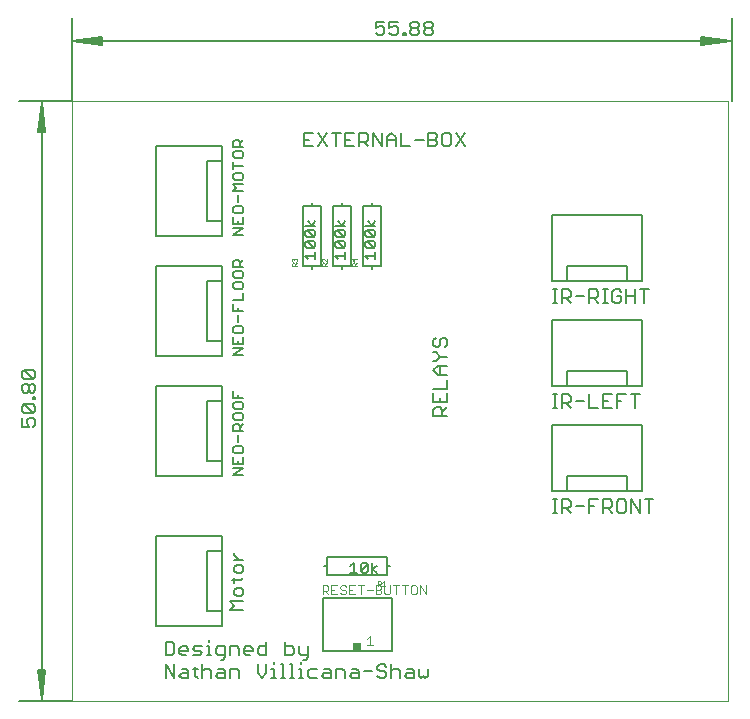
<source format=gto>
G75*
%MOIN*%
%OFA0B0*%
%FSLAX25Y25*%
%IPPOS*%
%LPD*%
%AMOC8*
5,1,8,0,0,1.08239X$1,22.5*
%
%ADD10C,0.00000*%
%ADD11C,0.00500*%
%ADD12C,0.00600*%
%ADD13C,0.00512*%
%ADD14C,0.00800*%
%ADD15C,0.00100*%
%ADD16C,0.00300*%
%ADD17R,0.02500X0.02500*%
D10*
X0019428Y0035000D02*
X0019428Y0234961D01*
X0238129Y0234961D01*
X0238129Y0035000D01*
X0019428Y0035000D01*
D11*
X0047428Y0060000D02*
X0047428Y0090000D01*
X0069428Y0090000D01*
X0069428Y0085000D01*
X0064428Y0085000D01*
X0064428Y0065000D01*
X0069428Y0065000D01*
X0069428Y0060000D01*
X0047428Y0060000D01*
X0069428Y0065000D02*
X0069428Y0085000D01*
X0069428Y0110000D02*
X0047428Y0110000D01*
X0047428Y0140000D01*
X0069428Y0140000D01*
X0069428Y0135000D01*
X0064428Y0135000D01*
X0064428Y0115000D01*
X0069428Y0115000D01*
X0069428Y0110000D01*
X0073175Y0110250D02*
X0076678Y0112585D01*
X0073175Y0112585D01*
X0073175Y0113933D02*
X0076678Y0113933D01*
X0076678Y0116268D01*
X0076095Y0117616D02*
X0073759Y0117616D01*
X0073175Y0118200D01*
X0073175Y0119368D01*
X0073759Y0119952D01*
X0076095Y0119952D01*
X0076678Y0119368D01*
X0076678Y0118200D01*
X0076095Y0117616D01*
X0074927Y0115101D02*
X0074927Y0113933D01*
X0073175Y0113933D02*
X0073175Y0116268D01*
X0069428Y0115000D02*
X0069428Y0135000D01*
X0073175Y0134100D02*
X0073759Y0134684D01*
X0076095Y0134684D01*
X0076678Y0134100D01*
X0076678Y0132933D01*
X0076095Y0132349D01*
X0073759Y0132349D01*
X0073175Y0132933D01*
X0073175Y0134100D01*
X0073175Y0136032D02*
X0073175Y0138367D01*
X0074927Y0137200D02*
X0074927Y0136032D01*
X0076678Y0136032D02*
X0073175Y0136032D01*
X0073759Y0131001D02*
X0073175Y0130417D01*
X0073175Y0129250D01*
X0073759Y0128666D01*
X0076095Y0128666D01*
X0076678Y0129250D01*
X0076678Y0130417D01*
X0076095Y0131001D01*
X0073759Y0131001D01*
X0073759Y0127318D02*
X0074927Y0127318D01*
X0075511Y0126734D01*
X0075511Y0124983D01*
X0075511Y0126150D02*
X0076678Y0127318D01*
X0076678Y0124983D02*
X0073175Y0124983D01*
X0073175Y0126734D01*
X0073759Y0127318D01*
X0074927Y0123635D02*
X0074927Y0121299D01*
X0076678Y0110250D02*
X0073175Y0110250D01*
X0069428Y0150000D02*
X0047428Y0150000D01*
X0047428Y0180000D01*
X0069428Y0180000D01*
X0069428Y0175000D01*
X0064428Y0175000D01*
X0064428Y0155000D01*
X0069428Y0155000D01*
X0069428Y0150000D01*
X0073175Y0150250D02*
X0076678Y0152585D01*
X0073175Y0152585D01*
X0073175Y0153933D02*
X0076678Y0153933D01*
X0076678Y0156268D01*
X0076095Y0157616D02*
X0076678Y0158200D01*
X0076678Y0159368D01*
X0076095Y0159952D01*
X0073759Y0159952D01*
X0073175Y0159368D01*
X0073175Y0158200D01*
X0073759Y0157616D01*
X0076095Y0157616D01*
X0074927Y0155101D02*
X0074927Y0153933D01*
X0073175Y0153933D02*
X0073175Y0156268D01*
X0074927Y0161299D02*
X0074927Y0163635D01*
X0074927Y0164983D02*
X0074927Y0166150D01*
X0076678Y0164983D02*
X0073175Y0164983D01*
X0073175Y0167318D01*
X0073175Y0168666D02*
X0076678Y0168666D01*
X0076678Y0171001D01*
X0076095Y0172349D02*
X0073759Y0172349D01*
X0073175Y0172933D01*
X0073175Y0174100D01*
X0073759Y0174684D01*
X0076095Y0174684D01*
X0076678Y0174100D01*
X0076678Y0172933D01*
X0076095Y0172349D01*
X0076095Y0176032D02*
X0073759Y0176032D01*
X0073175Y0176616D01*
X0073175Y0177784D01*
X0073759Y0178367D01*
X0076095Y0178367D01*
X0076678Y0177784D01*
X0076678Y0176616D01*
X0076095Y0176032D01*
X0076678Y0179715D02*
X0073175Y0179715D01*
X0073175Y0181467D01*
X0073759Y0182050D01*
X0074927Y0182050D01*
X0075511Y0181467D01*
X0075511Y0179715D01*
X0075511Y0180883D02*
X0076678Y0182050D01*
X0076678Y0190250D02*
X0073175Y0190250D01*
X0076678Y0192585D01*
X0073175Y0192585D01*
X0073175Y0193933D02*
X0076678Y0193933D01*
X0076678Y0196268D01*
X0076095Y0197616D02*
X0076678Y0198200D01*
X0076678Y0199368D01*
X0076095Y0199952D01*
X0073759Y0199952D01*
X0073175Y0199368D01*
X0073175Y0198200D01*
X0073759Y0197616D01*
X0076095Y0197616D01*
X0074927Y0195101D02*
X0074927Y0193933D01*
X0073175Y0193933D02*
X0073175Y0196268D01*
X0069428Y0195000D02*
X0064428Y0195000D01*
X0064428Y0215000D01*
X0069428Y0215000D01*
X0069428Y0195000D01*
X0069428Y0190000D01*
X0047428Y0190000D01*
X0047428Y0220000D01*
X0069428Y0220000D01*
X0069428Y0215000D01*
X0073175Y0214684D02*
X0073175Y0212349D01*
X0073175Y0213517D02*
X0076678Y0213517D01*
X0076095Y0216032D02*
X0073759Y0216032D01*
X0073175Y0216616D01*
X0073175Y0217784D01*
X0073759Y0218367D01*
X0076095Y0218367D01*
X0076678Y0217784D01*
X0076678Y0216616D01*
X0076095Y0216032D01*
X0076678Y0219715D02*
X0073175Y0219715D01*
X0073175Y0221467D01*
X0073759Y0222050D01*
X0074927Y0222050D01*
X0075511Y0221467D01*
X0075511Y0219715D01*
X0075511Y0220883D02*
X0076678Y0222050D01*
X0076095Y0211001D02*
X0073759Y0211001D01*
X0073175Y0210417D01*
X0073175Y0209250D01*
X0073759Y0208666D01*
X0076095Y0208666D01*
X0076678Y0209250D01*
X0076678Y0210417D01*
X0076095Y0211001D01*
X0076678Y0207318D02*
X0073175Y0207318D01*
X0074343Y0206150D01*
X0073175Y0204983D01*
X0076678Y0204983D01*
X0074927Y0203635D02*
X0074927Y0201299D01*
X0096878Y0219950D02*
X0099881Y0219950D01*
X0101482Y0219950D02*
X0104485Y0224454D01*
X0106086Y0224454D02*
X0109089Y0224454D01*
X0107588Y0224454D02*
X0107588Y0219950D01*
X0110690Y0219950D02*
X0110690Y0224454D01*
X0113693Y0224454D01*
X0115294Y0224454D02*
X0117546Y0224454D01*
X0118297Y0223703D01*
X0118297Y0222202D01*
X0117546Y0221451D01*
X0115294Y0221451D01*
X0115294Y0219950D02*
X0115294Y0224454D01*
X0116795Y0221451D02*
X0118297Y0219950D01*
X0119898Y0219950D02*
X0119898Y0224454D01*
X0122901Y0219950D01*
X0122901Y0224454D01*
X0124502Y0222953D02*
X0124502Y0219950D01*
X0124502Y0222202D02*
X0127505Y0222202D01*
X0127505Y0222953D02*
X0127505Y0219950D01*
X0129106Y0219950D02*
X0129106Y0224454D01*
X0127505Y0222953D02*
X0126003Y0224454D01*
X0124502Y0222953D01*
X0129106Y0219950D02*
X0132109Y0219950D01*
X0133710Y0222202D02*
X0136712Y0222202D01*
X0138314Y0222202D02*
X0140566Y0222202D01*
X0141316Y0221451D01*
X0141316Y0220701D01*
X0140566Y0219950D01*
X0138314Y0219950D01*
X0138314Y0224454D01*
X0140566Y0224454D01*
X0141316Y0223703D01*
X0141316Y0222953D01*
X0140566Y0222202D01*
X0142918Y0223703D02*
X0142918Y0220701D01*
X0143668Y0219950D01*
X0145170Y0219950D01*
X0145920Y0220701D01*
X0145920Y0223703D01*
X0145170Y0224454D01*
X0143668Y0224454D01*
X0142918Y0223703D01*
X0147522Y0224454D02*
X0150524Y0219950D01*
X0147522Y0219950D02*
X0150524Y0224454D01*
X0179428Y0197000D02*
X0209428Y0197000D01*
X0209428Y0175000D01*
X0204428Y0175000D01*
X0204428Y0180000D01*
X0184428Y0180000D01*
X0184428Y0175000D01*
X0179428Y0175000D01*
X0179428Y0197000D01*
X0184428Y0175000D02*
X0204428Y0175000D01*
X0209428Y0162000D02*
X0179428Y0162000D01*
X0179428Y0140000D01*
X0184428Y0140000D01*
X0184428Y0145000D01*
X0204428Y0145000D01*
X0204428Y0140000D01*
X0184428Y0140000D01*
X0179428Y0127000D02*
X0209428Y0127000D01*
X0209428Y0105000D01*
X0204428Y0105000D01*
X0204428Y0110000D01*
X0184428Y0110000D01*
X0184428Y0105000D01*
X0179428Y0105000D01*
X0179428Y0127000D01*
X0184428Y0105000D02*
X0204428Y0105000D01*
X0204428Y0140000D02*
X0209428Y0140000D01*
X0209428Y0162000D01*
X0144478Y0155222D02*
X0144478Y0153720D01*
X0143728Y0152970D01*
X0142227Y0153720D02*
X0142227Y0155222D01*
X0142977Y0155972D01*
X0143728Y0155972D01*
X0144478Y0155222D01*
X0142227Y0153720D02*
X0141476Y0152970D01*
X0140725Y0152970D01*
X0139975Y0153720D01*
X0139975Y0155222D01*
X0140725Y0155972D01*
X0140725Y0151368D02*
X0139975Y0151368D01*
X0140725Y0151368D02*
X0142227Y0149867D01*
X0144478Y0149867D01*
X0142227Y0149867D02*
X0140725Y0148366D01*
X0139975Y0148366D01*
X0141476Y0146764D02*
X0144478Y0146764D01*
X0142227Y0146764D02*
X0142227Y0143762D01*
X0141476Y0143762D02*
X0139975Y0145263D01*
X0141476Y0146764D01*
X0141476Y0143762D02*
X0144478Y0143762D01*
X0144478Y0142160D02*
X0144478Y0139158D01*
X0139975Y0139158D01*
X0139975Y0137556D02*
X0139975Y0134554D01*
X0144478Y0134554D01*
X0144478Y0137556D01*
X0142227Y0136055D02*
X0142227Y0134554D01*
X0142227Y0132953D02*
X0142977Y0132202D01*
X0142977Y0129950D01*
X0142977Y0131451D02*
X0144478Y0132953D01*
X0142227Y0132953D02*
X0140725Y0132953D01*
X0139975Y0132202D01*
X0139975Y0129950D01*
X0144478Y0129950D01*
X0126141Y0069380D02*
X0103110Y0069380D01*
X0103110Y0051663D01*
X0126141Y0051663D01*
X0126141Y0069380D01*
X0076678Y0150250D02*
X0073175Y0150250D01*
X0069428Y0155000D02*
X0069428Y0175000D01*
X0096878Y0219950D02*
X0096878Y0224454D01*
X0099881Y0224454D01*
X0101482Y0224454D02*
X0104485Y0219950D01*
X0110690Y0219950D02*
X0113693Y0219950D01*
X0112192Y0222202D02*
X0110690Y0222202D01*
X0098380Y0222202D02*
X0096878Y0222202D01*
D12*
X0098360Y0195051D02*
X0099494Y0193349D01*
X0100628Y0195051D01*
X0100628Y0193349D02*
X0097226Y0193349D01*
X0097793Y0191935D02*
X0100061Y0189666D01*
X0100628Y0190233D01*
X0100628Y0191368D01*
X0100061Y0191935D01*
X0097793Y0191935D01*
X0097226Y0191368D01*
X0097226Y0190233D01*
X0097793Y0189666D01*
X0100061Y0189666D01*
X0100061Y0188252D02*
X0100628Y0187685D01*
X0100628Y0186550D01*
X0100061Y0185983D01*
X0097793Y0188252D01*
X0100061Y0188252D01*
X0097793Y0188252D02*
X0097226Y0187685D01*
X0097226Y0186550D01*
X0097793Y0185983D01*
X0100061Y0185983D01*
X0100628Y0184569D02*
X0100628Y0182300D01*
X0100628Y0183434D02*
X0097226Y0183434D01*
X0098360Y0182300D01*
X0107226Y0183434D02*
X0108360Y0182300D01*
X0107226Y0183434D02*
X0110628Y0183434D01*
X0110628Y0182300D02*
X0110628Y0184569D01*
X0110061Y0185983D02*
X0107793Y0185983D01*
X0107226Y0186550D01*
X0107226Y0187685D01*
X0107793Y0188252D01*
X0110061Y0185983D01*
X0110628Y0186550D01*
X0110628Y0187685D01*
X0110061Y0188252D01*
X0107793Y0188252D01*
X0107793Y0189666D02*
X0107226Y0190233D01*
X0107226Y0191368D01*
X0107793Y0191935D01*
X0110061Y0189666D01*
X0110628Y0190233D01*
X0110628Y0191368D01*
X0110061Y0191935D01*
X0107793Y0191935D01*
X0107226Y0193349D02*
X0110628Y0193349D01*
X0109494Y0193349D02*
X0108360Y0195051D01*
X0109494Y0193349D02*
X0110628Y0195051D01*
X0110061Y0189666D02*
X0107793Y0189666D01*
X0117226Y0190233D02*
X0117226Y0191368D01*
X0117793Y0191935D01*
X0120061Y0189666D01*
X0120628Y0190233D01*
X0120628Y0191368D01*
X0120061Y0191935D01*
X0117793Y0191935D01*
X0117226Y0193349D02*
X0120628Y0193349D01*
X0119494Y0193349D02*
X0120628Y0195051D01*
X0119494Y0193349D02*
X0118360Y0195051D01*
X0117226Y0190233D02*
X0117793Y0189666D01*
X0120061Y0189666D01*
X0120061Y0188252D02*
X0120628Y0187685D01*
X0120628Y0186550D01*
X0120061Y0185983D01*
X0117793Y0188252D01*
X0120061Y0188252D01*
X0117793Y0188252D02*
X0117226Y0187685D01*
X0117226Y0186550D01*
X0117793Y0185983D01*
X0120061Y0185983D01*
X0120628Y0184569D02*
X0120628Y0182300D01*
X0120628Y0183434D02*
X0117226Y0183434D01*
X0118360Y0182300D01*
X0179728Y0172204D02*
X0181196Y0172204D01*
X0180462Y0172204D02*
X0180462Y0167800D01*
X0179728Y0167800D02*
X0181196Y0167800D01*
X0182798Y0167800D02*
X0182798Y0172204D01*
X0185000Y0172204D01*
X0185734Y0171470D01*
X0185734Y0170002D01*
X0185000Y0169268D01*
X0182798Y0169268D01*
X0184266Y0169268D02*
X0185734Y0167800D01*
X0187402Y0170002D02*
X0190338Y0170002D01*
X0192006Y0169268D02*
X0194207Y0169268D01*
X0194941Y0170002D01*
X0194941Y0171470D01*
X0194207Y0172204D01*
X0192006Y0172204D01*
X0192006Y0167800D01*
X0193474Y0169268D02*
X0194941Y0167800D01*
X0196610Y0167800D02*
X0198077Y0167800D01*
X0197343Y0167800D02*
X0197343Y0172204D01*
X0196610Y0172204D02*
X0198077Y0172204D01*
X0199679Y0171470D02*
X0199679Y0168534D01*
X0200413Y0167800D01*
X0201881Y0167800D01*
X0202615Y0168534D01*
X0202615Y0170002D01*
X0201147Y0170002D01*
X0202615Y0171470D02*
X0201881Y0172204D01*
X0200413Y0172204D01*
X0199679Y0171470D01*
X0204283Y0172204D02*
X0204283Y0167800D01*
X0204283Y0170002D02*
X0207219Y0170002D01*
X0207219Y0172204D02*
X0207219Y0167800D01*
X0210355Y0167800D02*
X0210355Y0172204D01*
X0211822Y0172204D02*
X0208887Y0172204D01*
X0208753Y0137204D02*
X0205817Y0137204D01*
X0207285Y0137204D02*
X0207285Y0132800D01*
X0202681Y0135002D02*
X0201213Y0135002D01*
X0201213Y0137204D02*
X0204149Y0137204D01*
X0201213Y0137204D02*
X0201213Y0132800D01*
X0199545Y0132800D02*
X0196610Y0132800D01*
X0196610Y0137204D01*
X0199545Y0137204D01*
X0198077Y0135002D02*
X0196610Y0135002D01*
X0194941Y0132800D02*
X0192006Y0132800D01*
X0192006Y0137204D01*
X0190338Y0135002D02*
X0187402Y0135002D01*
X0185734Y0135002D02*
X0185000Y0134268D01*
X0182798Y0134268D01*
X0184266Y0134268D02*
X0185734Y0132800D01*
X0185734Y0135002D02*
X0185734Y0136470D01*
X0185000Y0137204D01*
X0182798Y0137204D01*
X0182798Y0132800D01*
X0181196Y0132800D02*
X0179728Y0132800D01*
X0180462Y0132800D02*
X0180462Y0137204D01*
X0179728Y0137204D02*
X0181196Y0137204D01*
X0181196Y0102204D02*
X0179728Y0102204D01*
X0180462Y0102204D02*
X0180462Y0097800D01*
X0179728Y0097800D02*
X0181196Y0097800D01*
X0182798Y0097800D02*
X0182798Y0102204D01*
X0185000Y0102204D01*
X0185734Y0101470D01*
X0185734Y0100002D01*
X0185000Y0099268D01*
X0182798Y0099268D01*
X0184266Y0099268D02*
X0185734Y0097800D01*
X0187402Y0100002D02*
X0190338Y0100002D01*
X0192006Y0100002D02*
X0193474Y0100002D01*
X0194941Y0102204D02*
X0192006Y0102204D01*
X0192006Y0097800D01*
X0196610Y0097800D02*
X0196610Y0102204D01*
X0198811Y0102204D01*
X0199545Y0101470D01*
X0199545Y0100002D01*
X0198811Y0099268D01*
X0196610Y0099268D01*
X0198077Y0099268D02*
X0199545Y0097800D01*
X0201213Y0098534D02*
X0201947Y0097800D01*
X0203415Y0097800D01*
X0204149Y0098534D01*
X0204149Y0101470D01*
X0203415Y0102204D01*
X0201947Y0102204D01*
X0201213Y0101470D01*
X0201213Y0098534D01*
X0205817Y0097800D02*
X0205817Y0102204D01*
X0208753Y0097800D01*
X0208753Y0102204D01*
X0210421Y0102204D02*
X0213357Y0102204D01*
X0211889Y0102204D02*
X0211889Y0097800D01*
X0138060Y0045736D02*
X0138060Y0043534D01*
X0137326Y0042800D01*
X0136592Y0043534D01*
X0135858Y0042800D01*
X0135124Y0043534D01*
X0135124Y0045736D01*
X0133456Y0045002D02*
X0133456Y0042800D01*
X0131254Y0042800D01*
X0130520Y0043534D01*
X0131254Y0044268D01*
X0133456Y0044268D01*
X0133456Y0045002D02*
X0132722Y0045736D01*
X0131254Y0045736D01*
X0128852Y0045002D02*
X0128852Y0042800D01*
X0128852Y0045002D02*
X0128118Y0045736D01*
X0126650Y0045736D01*
X0125916Y0045002D01*
X0124248Y0044268D02*
X0124248Y0043534D01*
X0123514Y0042800D01*
X0122047Y0042800D01*
X0121313Y0043534D01*
X0122047Y0045002D02*
X0123514Y0045002D01*
X0124248Y0044268D01*
X0124248Y0046470D02*
X0123514Y0047204D01*
X0122047Y0047204D01*
X0121313Y0046470D01*
X0121313Y0045736D01*
X0122047Y0045002D01*
X0119644Y0045002D02*
X0116709Y0045002D01*
X0115041Y0045002D02*
X0115041Y0042800D01*
X0112839Y0042800D01*
X0112105Y0043534D01*
X0112839Y0044268D01*
X0115041Y0044268D01*
X0115041Y0045002D02*
X0114307Y0045736D01*
X0112839Y0045736D01*
X0110437Y0045002D02*
X0110437Y0042800D01*
X0110437Y0045002D02*
X0109703Y0045736D01*
X0107501Y0045736D01*
X0107501Y0042800D01*
X0105833Y0042800D02*
X0105833Y0045002D01*
X0105099Y0045736D01*
X0103631Y0045736D01*
X0103631Y0044268D02*
X0105833Y0044268D01*
X0105833Y0042800D02*
X0103631Y0042800D01*
X0102897Y0043534D01*
X0103631Y0044268D01*
X0101229Y0045736D02*
X0099027Y0045736D01*
X0098293Y0045002D01*
X0098293Y0043534D01*
X0099027Y0042800D01*
X0101229Y0042800D01*
X0096692Y0042800D02*
X0095224Y0042800D01*
X0095958Y0042800D02*
X0095958Y0045736D01*
X0095224Y0045736D01*
X0095958Y0047204D02*
X0095958Y0047938D01*
X0096692Y0048832D02*
X0097426Y0048832D01*
X0098160Y0049566D01*
X0098160Y0053236D01*
X0098160Y0050300D02*
X0095958Y0050300D01*
X0095224Y0051034D01*
X0095224Y0053236D01*
X0093556Y0052502D02*
X0092822Y0053236D01*
X0090620Y0053236D01*
X0090620Y0054704D02*
X0090620Y0050300D01*
X0092822Y0050300D01*
X0093556Y0051034D01*
X0093556Y0052502D01*
X0092888Y0047204D02*
X0092888Y0042800D01*
X0092154Y0042800D02*
X0093622Y0042800D01*
X0090553Y0042800D02*
X0089085Y0042800D01*
X0089819Y0042800D02*
X0089819Y0047204D01*
X0089085Y0047204D01*
X0086750Y0047204D02*
X0086750Y0047938D01*
X0086750Y0045736D02*
X0086750Y0042800D01*
X0086016Y0042800D02*
X0087484Y0042800D01*
X0086750Y0045736D02*
X0086016Y0045736D01*
X0084348Y0044268D02*
X0084348Y0047204D01*
X0084348Y0044268D02*
X0082880Y0042800D01*
X0081412Y0044268D01*
X0081412Y0047204D01*
X0082146Y0050300D02*
X0081412Y0051034D01*
X0081412Y0052502D01*
X0082146Y0053236D01*
X0084348Y0053236D01*
X0084348Y0054704D02*
X0084348Y0050300D01*
X0082146Y0050300D01*
X0079744Y0051768D02*
X0076808Y0051768D01*
X0076808Y0052502D02*
X0077542Y0053236D01*
X0079010Y0053236D01*
X0079744Y0052502D01*
X0079744Y0051768D01*
X0079010Y0050300D02*
X0077542Y0050300D01*
X0076808Y0051034D01*
X0076808Y0052502D01*
X0075140Y0052502D02*
X0075140Y0050300D01*
X0075140Y0052502D02*
X0074406Y0053236D01*
X0072204Y0053236D01*
X0072204Y0050300D01*
X0070536Y0050300D02*
X0068334Y0050300D01*
X0067600Y0051034D01*
X0067600Y0052502D01*
X0068334Y0053236D01*
X0070536Y0053236D01*
X0070536Y0049566D01*
X0069802Y0048832D01*
X0069068Y0048832D01*
X0068334Y0045736D02*
X0069802Y0045736D01*
X0070536Y0045002D01*
X0070536Y0042800D01*
X0068334Y0042800D01*
X0067600Y0043534D01*
X0068334Y0044268D01*
X0070536Y0044268D01*
X0072204Y0042800D02*
X0072204Y0045736D01*
X0074406Y0045736D01*
X0075140Y0045002D01*
X0075140Y0042800D01*
X0065932Y0042800D02*
X0065932Y0045002D01*
X0065198Y0045736D01*
X0063730Y0045736D01*
X0062996Y0045002D01*
X0061395Y0045736D02*
X0059927Y0045736D01*
X0060661Y0046470D02*
X0060661Y0043534D01*
X0061395Y0042800D01*
X0062996Y0042800D02*
X0062996Y0047204D01*
X0062129Y0050300D02*
X0059927Y0050300D01*
X0060661Y0051768D02*
X0059927Y0052502D01*
X0060661Y0053236D01*
X0062863Y0053236D01*
X0062129Y0051768D02*
X0060661Y0051768D01*
X0062129Y0051768D02*
X0062863Y0051034D01*
X0062129Y0050300D01*
X0064531Y0050300D02*
X0065999Y0050300D01*
X0065265Y0050300D02*
X0065265Y0053236D01*
X0064531Y0053236D01*
X0065265Y0054704D02*
X0065265Y0055438D01*
X0058259Y0052502D02*
X0058259Y0051768D01*
X0055323Y0051768D01*
X0055323Y0052502D02*
X0056057Y0053236D01*
X0057525Y0053236D01*
X0058259Y0052502D01*
X0057525Y0050300D02*
X0056057Y0050300D01*
X0055323Y0051034D01*
X0055323Y0052502D01*
X0053655Y0051034D02*
X0053655Y0053970D01*
X0052921Y0054704D01*
X0050719Y0054704D01*
X0050719Y0050300D01*
X0052921Y0050300D01*
X0053655Y0051034D01*
X0053655Y0047204D02*
X0053655Y0042800D01*
X0050719Y0047204D01*
X0050719Y0042800D01*
X0055323Y0043534D02*
X0056057Y0044268D01*
X0058259Y0044268D01*
X0058259Y0045002D02*
X0058259Y0042800D01*
X0056057Y0042800D01*
X0055323Y0043534D01*
X0056057Y0045736D02*
X0057525Y0045736D01*
X0058259Y0045002D01*
X0072225Y0065300D02*
X0073693Y0066768D01*
X0072225Y0068236D01*
X0076628Y0068236D01*
X0075895Y0069904D02*
X0074427Y0069904D01*
X0073693Y0070638D01*
X0073693Y0072106D01*
X0074427Y0072840D01*
X0075895Y0072840D01*
X0076628Y0072106D01*
X0076628Y0070638D01*
X0075895Y0069904D01*
X0076628Y0065300D02*
X0072225Y0065300D01*
X0073693Y0074508D02*
X0073693Y0075976D01*
X0072959Y0075242D02*
X0075895Y0075242D01*
X0076628Y0075976D01*
X0075895Y0077577D02*
X0074427Y0077577D01*
X0073693Y0078311D01*
X0073693Y0079779D01*
X0074427Y0080513D01*
X0075895Y0080513D01*
X0076628Y0079779D01*
X0076628Y0078311D01*
X0075895Y0077577D01*
X0076628Y0082181D02*
X0073693Y0082181D01*
X0075161Y0082181D02*
X0073693Y0083649D01*
X0073693Y0084383D01*
X0092154Y0047204D02*
X0092888Y0047204D01*
X0112293Y0077800D02*
X0114561Y0077800D01*
X0113427Y0077800D02*
X0113427Y0081203D01*
X0112293Y0080069D01*
X0115976Y0080636D02*
X0115976Y0078367D01*
X0118245Y0080636D01*
X0118245Y0078367D01*
X0117677Y0077800D01*
X0116543Y0077800D01*
X0115976Y0078367D01*
X0115976Y0080636D02*
X0116543Y0081203D01*
X0117677Y0081203D01*
X0118245Y0080636D01*
X0119659Y0081203D02*
X0119659Y0077800D01*
X0119659Y0078934D02*
X0121361Y0080069D01*
X0119659Y0078934D02*
X0121361Y0077800D01*
X0125916Y0047204D02*
X0125916Y0042800D01*
X0007367Y0127073D02*
X0006633Y0126339D01*
X0007367Y0127073D02*
X0007367Y0128541D01*
X0006633Y0129275D01*
X0005165Y0129275D01*
X0004431Y0128541D01*
X0004431Y0127807D01*
X0005165Y0126339D01*
X0002963Y0126339D01*
X0002963Y0129275D01*
X0003697Y0130943D02*
X0002963Y0131677D01*
X0002963Y0133145D01*
X0003697Y0133879D01*
X0006633Y0130943D01*
X0007367Y0131677D01*
X0007367Y0133145D01*
X0006633Y0133879D01*
X0003697Y0133879D01*
X0003697Y0130943D02*
X0006633Y0130943D01*
X0006633Y0135547D02*
X0006633Y0136281D01*
X0007367Y0136281D01*
X0007367Y0135547D01*
X0006633Y0135547D01*
X0006633Y0137849D02*
X0005899Y0137849D01*
X0005165Y0138583D01*
X0005165Y0140051D01*
X0005899Y0140785D01*
X0006633Y0140785D01*
X0007367Y0140051D01*
X0007367Y0138583D01*
X0006633Y0137849D01*
X0005165Y0138583D02*
X0004431Y0137849D01*
X0003697Y0137849D01*
X0002963Y0138583D01*
X0002963Y0140051D01*
X0003697Y0140785D01*
X0004431Y0140785D01*
X0005165Y0140051D01*
X0006633Y0142453D02*
X0003697Y0142453D01*
X0002963Y0143187D01*
X0002963Y0144655D01*
X0003697Y0145389D01*
X0006633Y0142453D01*
X0007367Y0143187D01*
X0007367Y0144655D01*
X0006633Y0145389D01*
X0003697Y0145389D01*
X0120767Y0257796D02*
X0121501Y0257062D01*
X0122969Y0257062D01*
X0123703Y0257796D01*
X0123703Y0259264D01*
X0122969Y0259998D01*
X0122235Y0259998D01*
X0120767Y0259264D01*
X0120767Y0261466D01*
X0123703Y0261466D01*
X0125371Y0261466D02*
X0125371Y0259264D01*
X0126839Y0259998D01*
X0127573Y0259998D01*
X0128307Y0259264D01*
X0128307Y0257796D01*
X0127573Y0257062D01*
X0126105Y0257062D01*
X0125371Y0257796D01*
X0125371Y0261466D02*
X0128307Y0261466D01*
X0129975Y0257796D02*
X0130709Y0257796D01*
X0130709Y0257062D01*
X0129975Y0257062D01*
X0129975Y0257796D01*
X0132277Y0257796D02*
X0132277Y0258530D01*
X0133011Y0259264D01*
X0134479Y0259264D01*
X0135213Y0258530D01*
X0135213Y0257796D01*
X0134479Y0257062D01*
X0133011Y0257062D01*
X0132277Y0257796D01*
X0133011Y0259264D02*
X0132277Y0259998D01*
X0132277Y0260732D01*
X0133011Y0261466D01*
X0134479Y0261466D01*
X0135213Y0260732D01*
X0135213Y0259998D01*
X0134479Y0259264D01*
X0136881Y0259998D02*
X0136881Y0260732D01*
X0137615Y0261466D01*
X0139083Y0261466D01*
X0139817Y0260732D01*
X0139817Y0259998D01*
X0139083Y0259264D01*
X0137615Y0259264D01*
X0136881Y0259998D01*
X0137615Y0259264D02*
X0136881Y0258530D01*
X0136881Y0257796D01*
X0137615Y0257062D01*
X0139083Y0257062D01*
X0139817Y0257796D01*
X0139817Y0258530D01*
X0139083Y0259264D01*
D13*
X0019428Y0035000D02*
X0001751Y0035000D01*
X0009428Y0035256D02*
X0010452Y0045236D01*
X0010685Y0045236D02*
X0009428Y0035256D01*
X0008405Y0045236D01*
X0008172Y0045236D02*
X0010685Y0045236D01*
X0009940Y0045236D02*
X0009428Y0035256D01*
X0008917Y0045236D01*
X0008172Y0045236D02*
X0009428Y0035256D01*
X0009428Y0234744D01*
X0010452Y0224764D01*
X0010685Y0224764D02*
X0009428Y0234744D01*
X0008405Y0224764D01*
X0008172Y0224764D02*
X0010685Y0224764D01*
X0009940Y0224764D02*
X0009428Y0234744D01*
X0008917Y0224764D01*
X0008172Y0224764D02*
X0009428Y0234744D01*
X0001751Y0235000D02*
X0019428Y0235000D01*
X0019428Y0262677D01*
X0019684Y0255000D02*
X0029665Y0253976D01*
X0029665Y0253743D02*
X0029665Y0256257D01*
X0019684Y0255000D01*
X0029665Y0256024D01*
X0029665Y0255512D02*
X0019684Y0255000D01*
X0029665Y0254488D01*
X0029665Y0253743D02*
X0019684Y0255000D01*
X0239173Y0255000D01*
X0229192Y0253976D01*
X0229192Y0253743D02*
X0229192Y0256257D01*
X0239173Y0255000D01*
X0229192Y0256024D01*
X0229192Y0255512D02*
X0239173Y0255000D01*
X0229192Y0254488D01*
X0229192Y0253743D02*
X0239173Y0255000D01*
X0239428Y0262677D02*
X0239428Y0235000D01*
D14*
X0122428Y0200000D02*
X0122428Y0180000D01*
X0119428Y0180000D01*
X0119428Y0179000D01*
X0119428Y0180000D02*
X0116428Y0180000D01*
X0116428Y0200000D01*
X0119428Y0200000D01*
X0119428Y0201000D01*
X0119428Y0200000D02*
X0122428Y0200000D01*
X0112428Y0200000D02*
X0112428Y0180000D01*
X0109428Y0180000D01*
X0109428Y0179000D01*
X0109428Y0180000D02*
X0106428Y0180000D01*
X0106428Y0200000D01*
X0109428Y0200000D01*
X0109428Y0201000D01*
X0109428Y0200000D02*
X0112428Y0200000D01*
X0102428Y0200000D02*
X0102428Y0180000D01*
X0099428Y0180000D01*
X0099428Y0179000D01*
X0099428Y0180000D02*
X0096428Y0180000D01*
X0096428Y0200000D01*
X0099428Y0200000D01*
X0099428Y0201000D01*
X0099428Y0200000D02*
X0102428Y0200000D01*
X0104428Y0083000D02*
X0124428Y0083000D01*
X0124428Y0080000D01*
X0125428Y0080000D01*
X0124428Y0080000D02*
X0124428Y0077000D01*
X0104428Y0077000D01*
X0104428Y0080000D01*
X0103428Y0080000D01*
X0104428Y0080000D02*
X0104428Y0083000D01*
D15*
X0121532Y0074951D02*
X0121532Y0073450D01*
X0121532Y0073950D02*
X0122283Y0073950D01*
X0122533Y0074201D01*
X0122533Y0074701D01*
X0122283Y0074951D01*
X0121532Y0074951D01*
X0122032Y0073950D02*
X0122533Y0073450D01*
X0123005Y0073450D02*
X0124006Y0073450D01*
X0123506Y0073450D02*
X0123506Y0074951D01*
X0123005Y0074451D01*
X0114378Y0180050D02*
X0112877Y0180050D01*
X0112877Y0180801D01*
X0113127Y0181051D01*
X0113628Y0181051D01*
X0113878Y0180801D01*
X0113878Y0180050D01*
X0113878Y0180550D02*
X0114378Y0181051D01*
X0113628Y0181523D02*
X0113628Y0182524D01*
X0114378Y0182274D02*
X0112877Y0182274D01*
X0113628Y0181523D01*
X0104378Y0181523D02*
X0103378Y0182524D01*
X0103127Y0182524D01*
X0102877Y0182274D01*
X0102877Y0181773D01*
X0103127Y0181523D01*
X0103127Y0181051D02*
X0103628Y0181051D01*
X0103878Y0180801D01*
X0103878Y0180050D01*
X0103878Y0180550D02*
X0104378Y0181051D01*
X0104378Y0181523D02*
X0104378Y0182524D01*
X0103127Y0181051D02*
X0102877Y0180801D01*
X0102877Y0180050D01*
X0104378Y0180050D01*
X0094378Y0180050D02*
X0092877Y0180050D01*
X0092877Y0180801D01*
X0093127Y0181051D01*
X0093628Y0181051D01*
X0093878Y0180801D01*
X0093878Y0180050D01*
X0093878Y0180550D02*
X0094378Y0181051D01*
X0094128Y0181523D02*
X0094378Y0181773D01*
X0094378Y0182274D01*
X0094128Y0182524D01*
X0093878Y0182524D01*
X0093628Y0182274D01*
X0093628Y0182024D01*
X0093628Y0182274D02*
X0093378Y0182524D01*
X0093127Y0182524D01*
X0092877Y0182274D01*
X0092877Y0181773D01*
X0093127Y0181523D01*
D16*
X0103063Y0073613D02*
X0104514Y0073613D01*
X0104998Y0073130D01*
X0104998Y0072162D01*
X0104514Y0071679D01*
X0103063Y0071679D01*
X0104030Y0071679D02*
X0104998Y0070711D01*
X0106009Y0070711D02*
X0107944Y0070711D01*
X0108956Y0071195D02*
X0109439Y0070711D01*
X0110407Y0070711D01*
X0110891Y0071195D01*
X0110891Y0071679D01*
X0110407Y0072162D01*
X0109439Y0072162D01*
X0108956Y0072646D01*
X0108956Y0073130D01*
X0109439Y0073613D01*
X0110407Y0073613D01*
X0110891Y0073130D01*
X0111902Y0073613D02*
X0111902Y0070711D01*
X0113837Y0070711D01*
X0112870Y0072162D02*
X0111902Y0072162D01*
X0111902Y0073613D02*
X0113837Y0073613D01*
X0114849Y0073613D02*
X0116784Y0073613D01*
X0115816Y0073613D02*
X0115816Y0070711D01*
X0117795Y0072162D02*
X0119730Y0072162D01*
X0120742Y0072162D02*
X0122193Y0072162D01*
X0122677Y0071679D01*
X0122677Y0071195D01*
X0122193Y0070711D01*
X0120742Y0070711D01*
X0120742Y0073613D01*
X0122193Y0073613D01*
X0122677Y0073130D01*
X0122677Y0072646D01*
X0122193Y0072162D01*
X0123688Y0071195D02*
X0124172Y0070711D01*
X0125140Y0070711D01*
X0125623Y0071195D01*
X0125623Y0073613D01*
X0126635Y0073613D02*
X0128570Y0073613D01*
X0127602Y0073613D02*
X0127602Y0070711D01*
X0129581Y0073613D02*
X0131516Y0073613D01*
X0130549Y0073613D02*
X0130549Y0070711D01*
X0132528Y0071195D02*
X0133012Y0070711D01*
X0133979Y0070711D01*
X0134463Y0071195D01*
X0134463Y0073130D01*
X0133979Y0073613D01*
X0133012Y0073613D01*
X0132528Y0073130D01*
X0132528Y0071195D01*
X0135474Y0070711D02*
X0135474Y0073613D01*
X0137409Y0070711D01*
X0137409Y0073613D01*
X0123688Y0073613D02*
X0123688Y0071195D01*
X0118991Y0056615D02*
X0118023Y0055648D01*
X0118991Y0056615D02*
X0118991Y0053713D01*
X0119958Y0053713D02*
X0118023Y0053713D01*
X0106009Y0070711D02*
X0106009Y0073613D01*
X0107944Y0073613D01*
X0106977Y0072162D02*
X0106009Y0072162D01*
X0103063Y0070711D02*
X0103063Y0073613D01*
D17*
X0114428Y0053138D03*
M02*

</source>
